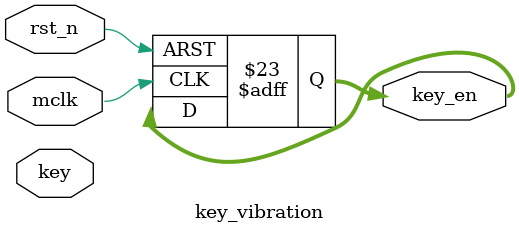
<source format=v>
`timescale 1ns / 1ps


module key_vibration(
    input mclk,
	input rst_n,
	input[4:0] key,
	output reg [4:0] key_en
    );
    parameter DURATION = 50_000;                           //��ʱ10ms	
	reg [10:0] cnt; 
	
	initial
	begin
	key_en=0; 
	cnt=0;
	end
	
	wire ken_enable;
	assign ken_enable = key[4] | key[3] | key[2] | key[1] | key[0]; //ֻҪ���ⰴ�������£���Ӧ�İ�����������
	
	always @(posedge mclk or negedge rst_n)
	begin
		if(!rst_n)
			cnt <= 11'd0;
		else if(ken_enable == 1) begin
			if(cnt == DURATION)
				cnt <= cnt;
			else 
				cnt <= cnt + 1'b1;
			end
		else
			cnt <= 11'b0;
	end
	
	always @(posedge mclk or negedge rst_n) 
	begin
		if(!rst_n) key_en <= 5'd0;
		else if(cnt==DURATION) key_en<=ken_enable;
		else key_en<=key_en;
	end
endmodule

</source>
